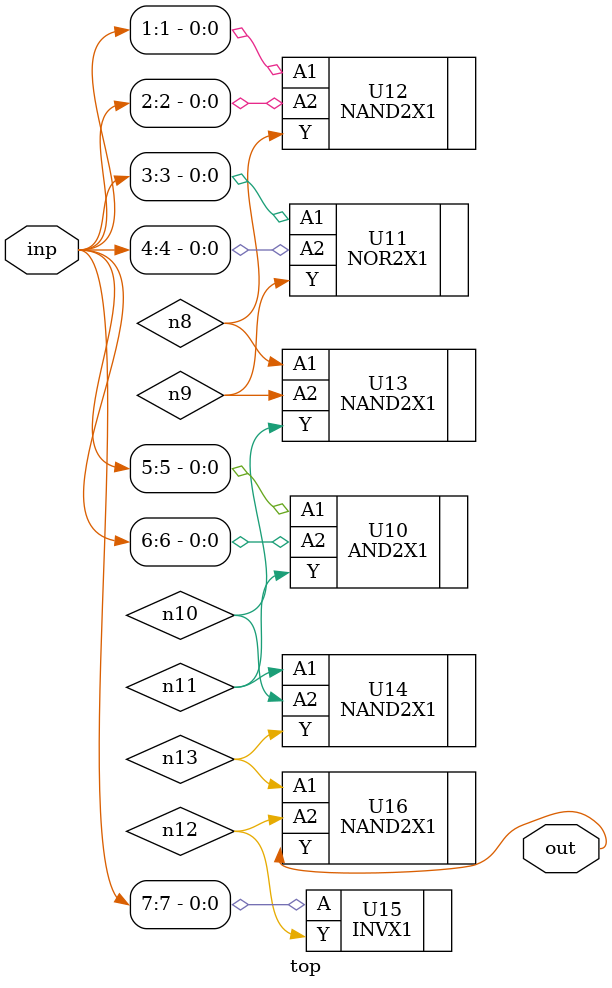
<source format=sv>


module top ( inp, out );
  input [7:0] inp;
  output out;
  wire   n8, n9, n10, n11, n12, n13;

  AND2X1 U10 ( .A1(inp[5]), .A2(inp[6]), .Y(n11) );
  NOR2X1 U11 ( .A1(inp[3]), .A2(inp[4]), .Y(n9) );
  NAND2X1 U12 ( .A1(inp[1]), .A2(inp[2]), .Y(n8) );
  NAND2X1 U13 ( .A1(n8), .A2(n9), .Y(n10) );
  NAND2X1 U14 ( .A1(n11), .A2(n10), .Y(n13) );
  INVX1 U15 ( .A(inp[7]), .Y(n12) );
  NAND2X1 U16 ( .A1(n13), .A2(n12), .Y(out) );
endmodule


</source>
